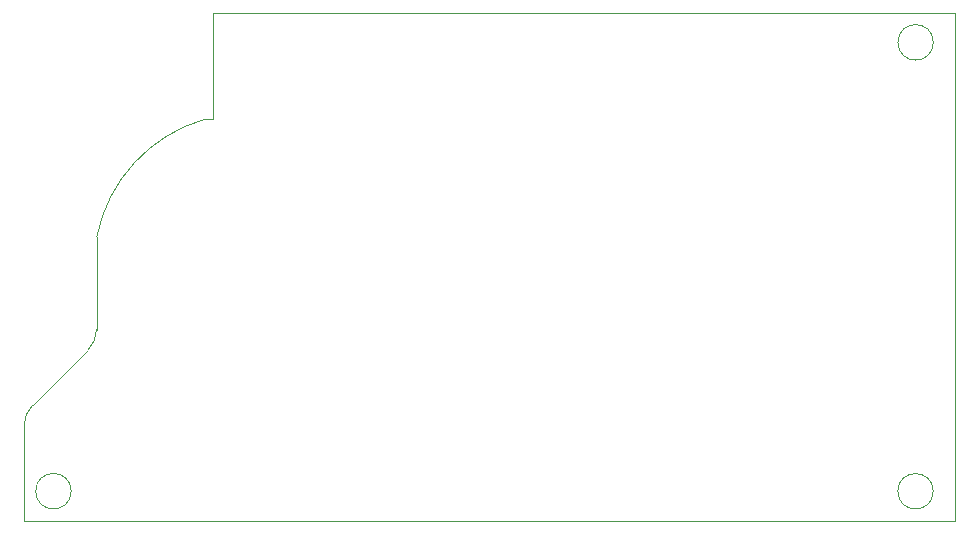
<source format=gko>
G04 Layer_Color=16711935*
%FSLAX25Y25*%
%MOIN*%
G70*
G01*
G75*
%ADD102C,0.00394*%
D102*
X52319Y71653D02*
G03*
X52319Y71653I-5906J0D01*
G01*
X39500Y100378D02*
G03*
X36571Y93307I7071J-7071D01*
G01*
X57894Y118634D02*
G03*
X60823Y125705I-7071J7071D01*
G01*
X97087Y195694D02*
G03*
X60870Y156486I13973J-49237D01*
G01*
X339721Y221260D02*
G03*
X339721Y221260I-5906J0D01*
G01*
X339681Y71614D02*
G03*
X339681Y71614I-5906J0D01*
G01*
X36571Y61811D02*
Y93307D01*
X39608Y100270D02*
X57933Y118595D01*
X60862Y125512D02*
Y156496D01*
X97086Y195669D02*
X99563D01*
Y231102D01*
X346807D01*
Y61811D02*
Y231102D01*
X36571Y61811D02*
X346807D01*
M02*

</source>
